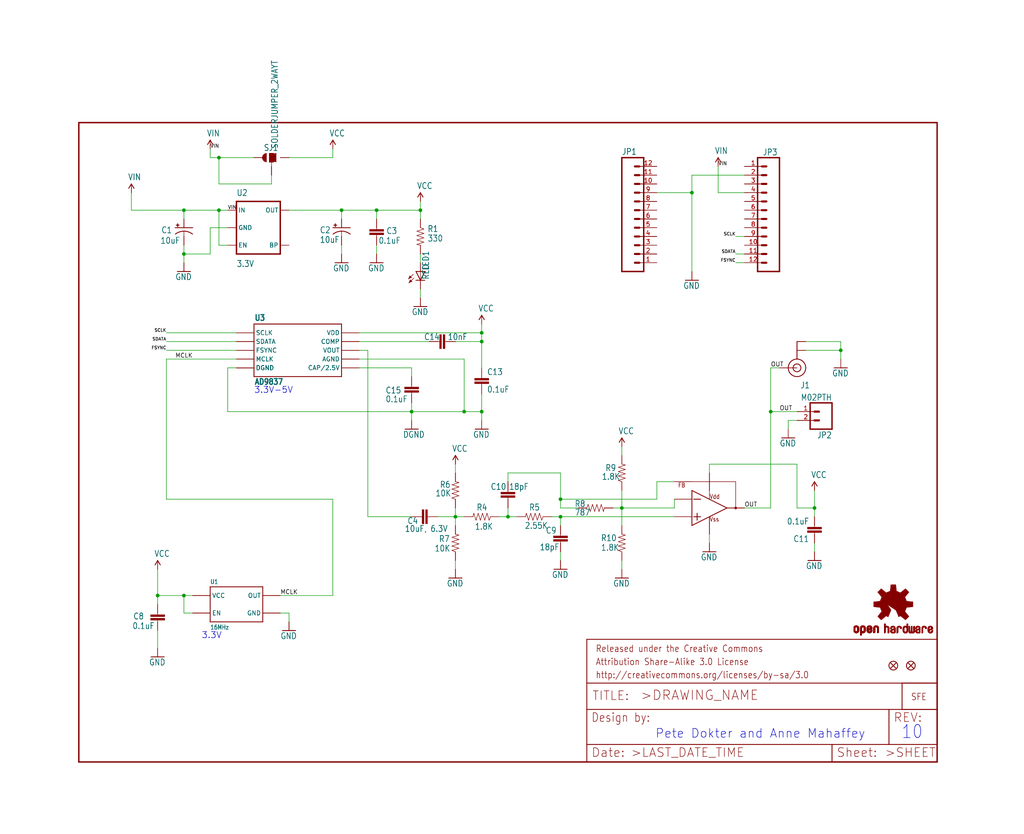
<source format=kicad_sch>
(kicad_sch (version 20211123) (generator eeschema)
  (paper "User" 297.002 241.833)
  (lib_symbols
    (symbol "schematicEagle-eagle-import:0.1UF-25V(+80{slash}-20%)(0603)"
      (property "Reference" "C" (at 1.524 2.921 0))
      (property "Value" "0.1UF-25V(+80{slash}-20%)(0603)" (at 1.524 -2.159 0))
      (symbol "0.1UF-25V(+80{slash}-20%)(0603)_1_0"
        (pin passive line (at 0 5.08 270) (length 2.54) (name "1") (number "1"))
        (pin passive line (at 0 -2.54 90) (length 2.54) (name "2") (number "2"))
      )
    )
    (symbol "schematicEagle-eagle-import:1.8KOHM1{slash}10W1%(0603)"
      (property "Reference" "R" (at -3.81 1.4986 0))
      (property "Value" "1.8KOHM1{slash}10W1%(0603)" (at -3.81 -3.302 0))
      (symbol "1.8KOHM1{slash}10W1%(0603)_1_0"
        (pin passive line (at -5.08 0 0) (length 2.54) (name "1") (number "1"))
        (pin passive line (at 5.08 0 180) (length 2.54) (name "2") (number "2"))
      )
    )
    (symbol "schematicEagle-eagle-import:10KOHM1{slash}10W1%(0603)0603"
      (property "Reference" "R" (at -3.81 1.4986 0))
      (property "Value" "10KOHM1{slash}10W1%(0603)0603" (at -3.81 -3.302 0))
      (symbol "10KOHM1{slash}10W1%(0603)0603_1_0"
        (pin passive line (at -5.08 0 0) (length 2.54) (name "1") (number "1"))
        (pin passive line (at 5.08 0 180) (length 2.54) (name "2") (number "2"))
      )
    )
    (symbol "schematicEagle-eagle-import:10NF{slash}10000PF-50V-10%(0603)"
      (property "Reference" "C" (at 1.524 2.921 0))
      (property "Value" "10NF{slash}10000PF-50V-10%(0603)" (at 1.524 -2.159 0))
      (symbol "10NF{slash}10000PF-50V-10%(0603)_1_0"
        (pin passive line (at 0 5.08 270) (length 2.54) (name "1") (number "1"))
        (pin passive line (at 0 -2.54 90) (length 2.54) (name "2") (number "2"))
      )
    )
    (symbol "schematicEagle-eagle-import:10UF-20V-10%(TANT)"
      (property "Reference" "C" (at 1.016 0.635 0))
      (property "Value" "10UF-20V-10%(TANT)" (at 1.016 -4.191 0))
      (symbol "10UF-20V-10%(TANT)_1_0"
        (pin passive line (at 0 2.54 270) (length 2.54) (name "+") (number "A"))
        (pin passive line (at 0 -5.08 90) (length 2.54) (name "-") (number "C"))
      )
    )
    (symbol "schematicEagle-eagle-import:10UF-6.3V-20%(0603)"
      (property "Reference" "C" (at 1.524 2.921 0))
      (property "Value" "10UF-6.3V-20%(0603)" (at 1.524 -2.159 0))
      (symbol "10UF-6.3V-20%(0603)_1_0"
        (pin passive line (at 0 5.08 270) (length 2.54) (name "1") (number "1"))
        (pin passive line (at 0 -2.54 90) (length 2.54) (name "2") (number "2"))
      )
    )
    (symbol "schematicEagle-eagle-import:18PF-50V-5%(0603)"
      (property "Reference" "C" (at 1.524 2.921 0))
      (property "Value" "18PF-50V-5%(0603)" (at 1.524 -2.159 0))
      (symbol "18PF-50V-5%(0603)_1_0"
        (pin passive line (at 0 5.08 270) (length 2.54) (name "1") (number "1"))
        (pin passive line (at 0 -2.54 90) (length 2.54) (name "2") (number "2"))
      )
    )
    (symbol "schematicEagle-eagle-import:2.55KOHM-1{slash}10W-1%(0603)"
      (property "Reference" "R" (at -3.81 1.4986 0))
      (property "Value" "2.55KOHM-1{slash}10W-1%(0603)" (at -3.81 -3.302 0))
      (symbol "2.55KOHM-1{slash}10W-1%(0603)_1_0"
        (pin passive line (at -5.08 0 0) (length 2.54) (name "1") (number "1"))
        (pin passive line (at 5.08 0 180) (length 2.54) (name "2") (number "2"))
      )
    )
    (symbol "schematicEagle-eagle-import:330OHM1{slash}10W1%(0603)"
      (property "Reference" "R" (at -3.81 1.4986 0))
      (property "Value" "330OHM1{slash}10W1%(0603)" (at -3.81 -3.302 0))
      (symbol "330OHM1{slash}10W1%(0603)_1_0"
        (pin passive line (at -5.08 0 0) (length 2.54) (name "1") (number "1"))
        (pin passive line (at 5.08 0 180) (length 2.54) (name "2") (number "2"))
      )
    )
    (symbol "schematicEagle-eagle-import:787-1%"
      (property "Reference" "R" (at -3.81 1.4986 0))
      (property "Value" "787-1%" (at -3.81 -3.302 0))
      (symbol "787-1%_1_0"
        (pin passive line (at -5.08 0 0) (length 2.54) (name "1") (number "1"))
        (pin passive line (at 5.08 0 180) (length 2.54) (name "2") (number "2"))
      )
    )
    (symbol "schematicEagle-eagle-import:AD9837"
      (property "Value" "AD9837" (at -12.7 -10.16 0))
      (symbol "AD9837_1_0"
        (pin bidirectional line (at -17.78 -5.08 0) (length 5.08) (name "DGND") (number "P$0"))
        (pin bidirectional line (at 17.78 2.54 180) (length 5.08) (name "COMP") (number "P$1"))
        (pin bidirectional line (at 17.78 0 180) (length 5.08) (name "VOUT") (number "P$10"))
        (pin bidirectional line (at 17.78 5.08 180) (length 5.08) (name "VDD") (number "P$2"))
        (pin bidirectional line (at 17.78 -5.08 180) (length 5.08) (name "CAP/2.5V") (number "P$3"))
        (pin bidirectional line (at -17.78 -5.08 0) (length 5.08) (name "DGND") (number "P$4"))
        (pin bidirectional line (at -17.78 -2.54 0) (length 5.08) (name "MCLK") (number "P$5"))
        (pin bidirectional line (at -17.78 2.54 0) (length 5.08) (name "SDATA") (number "P$6"))
        (pin bidirectional line (at -17.78 5.08 0) (length 5.08) (name "SCLK") (number "P$7"))
        (pin bidirectional line (at -17.78 0 0) (length 5.08) (name "FSYNC") (number "P$8"))
        (pin bidirectional line (at 17.78 -2.54 180) (length 5.08) (name "AGND") (number "P$9"))
      )
    )
    (symbol "schematicEagle-eagle-import:ADC8045"
      (symbol "ADC8045_1_0"
        (text "FB" (at -9.144 6.604 0) (effects (font (size 1.27 1.0795)) (justify left)))
        (text "Vdd" (at 0 2.54 0) (effects (font (size 1.27 1.0795)) (justify left bottom)))
        (text "Vss" (at 0 -2.54 0) (effects (font (size 1.27 1.0795)) (justify left top)))
        (pin bidirectional line (at -10.16 7.62 0) (length 5.08) (name "FB") (number "1"))
        (pin bidirectional line (at -10.16 2.54 0) (length 5.08) (name "IN-") (number "2"))
        (pin bidirectional line (at -10.16 -2.54 0) (length 5.08) (name "IN+") (number "3"))
        (pin bidirectional line (at 0 -7.62 90) (length 5.08) (name "VSS") (number "4"))
        (pin bidirectional line (at 10.16 0 180) (length 5.08) (name "OUT") (number "6"))
        (pin bidirectional line (at 0 10.16 270) (length 5.08) (name "VDD") (number "7"))
      )
    )
    (symbol "schematicEagle-eagle-import:DGND" (power)
      (property "Value" "DGND" (at -2.54 -2.54 0))
      (symbol "DGND_1_0"
        (pin power_in line (at 0 2.54 270) (length 2.54) (name "GND") (number "1"))
      )
    )
    (symbol "schematicEagle-eagle-import:FIDUCIAL1X2")
    (symbol "schematicEagle-eagle-import:FRAME-LETTER"
      (symbol "FRAME-LETTER_2_0"
        (text ">DRAWING_NAME" (at 15.494 17.78 0) (effects (font (size 2.7432 2.7432)) (justify left bottom)))
        (text ">LAST_DATE_TIME" (at 12.7 1.27 0) (effects (font (size 2.54 2.54)) (justify left bottom)))
        (text ">SHEET" (at 86.36 1.27 0) (effects (font (size 2.54 2.54)) (justify left bottom)))
        (text "Attribution Share-Alike 3.0 License" (at 2.54 27.94 0) (effects (font (size 1.9304 1.6408)) (justify left bottom)))
        (text "Date:" (at 1.27 1.27 0) (effects (font (size 2.54 2.54)) (justify left bottom)))
        (text "Design by:" (at 1.27 11.43 0) (effects (font (size 2.54 2.159)) (justify left bottom)))
        (text "http://creativecommons.org/licenses/by-sa/3.0" (at 2.54 24.13 0) (effects (font (size 1.9304 1.6408)) (justify left bottom)))
        (text "Released under the Creative Commons" (at 2.54 31.75 0) (effects (font (size 1.9304 1.6408)) (justify left bottom)))
        (text "REV:" (at 88.9 11.43 0) (effects (font (size 2.54 2.54)) (justify left bottom)))
        (text "Sheet:" (at 72.39 1.27 0) (effects (font (size 2.54 2.54)) (justify left bottom)))
        (text "TITLE:" (at 1.524 17.78 0) (effects (font (size 2.54 2.54)) (justify left bottom)))
      )
    )
    (symbol "schematicEagle-eagle-import:GND" (power)
      (property "Value" "GND" (at -2.54 -2.54 0))
      (symbol "GND_1_0"
        (pin power_in line (at 0 2.54 270) (length 2.54) (name "GND") (number "1"))
      )
    )
    (symbol "schematicEagle-eagle-import:LED-RED0603"
      (property "Reference" "D" (at 3.556 -4.572 90))
      (property "Value" "LED-RED0603" (at 5.715 -4.572 90))
      (symbol "LED-RED0603_1_0"
        (pin passive line (at 0 2.54 270) (length 2.54) (name "A") (number "A"))
        (pin passive line (at 0 -5.08 90) (length 2.54) (name "C") (number "C"))
      )
    )
    (symbol "schematicEagle-eagle-import:LOGO-SFENEW"
      (symbol "LOGO-SFENEW_1_0"
        (text "SFE" (at 0 0 0) (effects (font (size 1.9304 1.6408)) (justify left bottom)))
      )
    )
    (symbol "schematicEagle-eagle-import:M02PTH"
      (property "Reference" "JP" (at -2.54 5.842 0))
      (property "Value" "M02PTH" (at -2.54 -5.08 0))
      (symbol "M02PTH_1_0"
        (pin passive line (at 7.62 0 180) (length 5.08) (name "1") (number "1"))
        (pin passive line (at 7.62 2.54 180) (length 5.08) (name "2") (number "2"))
      )
    )
    (symbol "schematicEagle-eagle-import:M12PTH"
      (property "Reference" "JP" (at 0 16.002 0))
      (property "Value" "M12PTH" (at 0 -20.32 0))
      (symbol "M12PTH_1_0"
        (pin passive line (at 10.16 -15.24 180) (length 5.08) (name "1") (number "1"))
        (pin passive line (at 10.16 7.62 180) (length 5.08) (name "10") (number "10"))
        (pin passive line (at 10.16 10.16 180) (length 5.08) (name "11") (number "11"))
        (pin passive line (at 10.16 12.7 180) (length 5.08) (name "12") (number "12"))
        (pin passive line (at 10.16 -12.7 180) (length 5.08) (name "2") (number "2"))
        (pin passive line (at 10.16 -10.16 180) (length 5.08) (name "3") (number "3"))
        (pin passive line (at 10.16 -7.62 180) (length 5.08) (name "4") (number "4"))
        (pin passive line (at 10.16 -5.08 180) (length 5.08) (name "5") (number "5"))
        (pin passive line (at 10.16 -2.54 180) (length 5.08) (name "6") (number "6"))
        (pin passive line (at 10.16 0 180) (length 5.08) (name "7") (number "7"))
        (pin passive line (at 10.16 2.54 180) (length 5.08) (name "8") (number "8"))
        (pin passive line (at 10.16 5.08 180) (length 5.08) (name "9") (number "9"))
      )
    )
    (symbol "schematicEagle-eagle-import:MIC52053.3V"
      (property "Reference" "U" (at -7.62 9.144 0))
      (property "Value" "MIC52053.3V" (at -7.62 -11.43 0))
      (symbol "MIC52053.3V_1_0"
        (pin input line (at -10.16 5.08 0) (length 2.54) (name "IN") (number "1"))
        (pin input line (at -10.16 0 0) (length 2.54) (name "GND") (number "2"))
        (pin input line (at -10.16 -5.08 0) (length 2.54) (name "EN") (number "3"))
        (pin input line (at 7.62 -5.08 180) (length 2.54) (name "BP") (number "4"))
        (pin passive line (at 7.62 5.08 180) (length 2.54) (name "OUT") (number "5"))
      )
    )
    (symbol "schematicEagle-eagle-import:OSCILLATORXTAL-11225"
      (property "Reference" "U" (at -7.62 5.842 0))
      (property "Value" "OSCILLATORXTAL-11225" (at -7.62 -7.366 0))
      (symbol "OSCILLATORXTAL-11225_1_0"
        (pin bidirectional line (at -12.7 -2.54 0) (length 5.08) (name "EN") (number "P$1"))
        (pin bidirectional line (at 12.7 -2.54 180) (length 5.08) (name "GND") (number "P$2"))
        (pin bidirectional line (at 12.7 2.54 180) (length 5.08) (name "OUT") (number "P$3"))
        (pin bidirectional line (at -12.7 2.54 0) (length 5.08) (name "VCC") (number "P$4"))
      )
    )
    (symbol "schematicEagle-eagle-import:OSHW-LOGOS")
    (symbol "schematicEagle-eagle-import:SOLDERJUMPER_2WAYT"
      (property "Reference" "SJ" (at 2.54 0.381 0))
      (property "Value" "SOLDERJUMPER_2WAYT" (at 2.54 -1.905 0))
      (symbol "SOLDERJUMPER_2WAYT_1_0"
        (pin passive line (at 0 5.08 270) (length 2.54) (name "1") (number "1"))
        (pin passive line (at -5.08 0 0) (length 2.54) (name "2") (number "2"))
        (pin passive line (at 0 -5.08 90) (length 2.54) (name "3") (number "3"))
      )
    )
    (symbol "schematicEagle-eagle-import:U.FL"
      (property "Reference" "J" (at -3.81 4.064 0))
      (symbol "U.FL_1_0"
        (pin bidirectional line (at -2.54 -5.08 0) (length 2.54) (name "GND@0") (number "P$1"))
        (pin bidirectional line (at -2.54 -7.62 0) (length 2.54) (name "GND@1") (number "P$2"))
        (pin bidirectional line (at 5.08 0 180) (length 5.08) (name "SIGNAL") (number "P$3"))
      )
    )
    (symbol "schematicEagle-eagle-import:VCC" (power)
      (property "Value" "VCC" (at -1.016 3.556 0))
      (symbol "VCC_1_0"
        (pin power_in line (at 0 0 90) (length 2.54) (name "VCC") (number "1"))
      )
    )
  )
  (junction (at 53.34 60.96))
  (junction (at 236.22 147.32))
  (junction (at 147.32 149.86))
  (junction (at 200.66 55.88))
  (junction (at 162.56 149.86))
  (junction (at 139.7 119.38))
  (junction (at 121.92 60.96))
  (junction (at 63.5 60.96))
  (junction (at 134.62 119.38))
  (junction (at 243.84 101.6))
  (junction (at 162.56 144.78))
  (junction (at 132.08 149.86))
  (junction (at 223.52 119.38))
  (junction (at 109.22 60.96))
  (junction (at 45.72 172.72))
  (junction (at 139.7 96.52))
  (junction (at 180.34 147.32))
  (junction (at 53.34 172.72))
  (junction (at 53.34 73.66))
  (junction (at 99.06 60.96))
  (junction (at 119.38 119.38))
  (junction (at 63.5 45.72))
  (junction (at 139.7 99.06))
  (wire (pts (xy 180.34 142.24) (xy 180.34 147.32)))
  (wire (pts (xy 121.92 83.82) (xy 121.92 86.36)))
  (wire (pts (xy 45.72 182.88) (xy 45.72 187.96)))
  (wire (pts (xy 231.14 119.38) (xy 223.52 119.38)))
  (wire (pts (xy 162.56 160.02) (xy 162.56 162.56)))
  (wire (pts (xy 180.34 152.4) (xy 180.34 147.32)))
  (wire (pts (xy 55.88 172.72) (xy 53.34 172.72)))
  (wire (pts (xy 48.26 96.52) (xy 68.58 96.52)))
  (wire (pts (xy 132.08 99.06) (xy 139.7 99.06)))
  (wire (pts (xy 147.32 147.32) (xy 147.32 149.86)))
  (wire (pts (xy 134.62 119.38) (xy 139.7 119.38)))
  (wire (pts (xy 231.14 147.32) (xy 236.22 147.32)))
  (wire (pts (xy 83.82 180.34) (xy 83.82 177.8)))
  (wire (pts (xy 200.66 55.88) (xy 200.66 78.74)))
  (wire (pts (xy 53.34 73.66) (xy 53.34 76.2)))
  (wire (pts (xy 96.52 144.78) (xy 48.26 144.78)))
  (wire (pts (xy 236.22 142.24) (xy 236.22 147.32)))
  (wire (pts (xy 132.08 149.86) (xy 132.08 152.4)))
  (wire (pts (xy 190.5 144.78) (xy 190.5 139.7)))
  (wire (pts (xy 104.14 104.14) (xy 134.62 104.14)))
  (wire (pts (xy 53.34 71.12) (xy 53.34 73.66)))
  (wire (pts (xy 205.74 137.16) (xy 205.74 134.62)))
  (wire (pts (xy 190.5 139.7) (xy 195.58 139.7)))
  (wire (pts (xy 121.92 58.42) (xy 121.92 60.96)))
  (wire (pts (xy 45.72 175.26) (xy 45.72 172.72)))
  (wire (pts (xy 96.52 45.72) (xy 96.52 43.18)))
  (wire (pts (xy 139.7 96.52) (xy 139.7 93.98)))
  (wire (pts (xy 231.14 134.62) (xy 231.14 147.32)))
  (wire (pts (xy 139.7 119.38) (xy 139.7 121.92)))
  (wire (pts (xy 48.26 99.06) (xy 68.58 99.06)))
  (wire (pts (xy 147.32 149.86) (xy 149.86 149.86)))
  (wire (pts (xy 162.56 147.32) (xy 162.56 144.78)))
  (wire (pts (xy 205.74 134.62) (xy 231.14 134.62)))
  (wire (pts (xy 106.68 101.6) (xy 106.68 149.86)))
  (wire (pts (xy 215.9 76.2) (xy 213.36 76.2)))
  (wire (pts (xy 233.68 99.06) (xy 243.84 99.06)))
  (wire (pts (xy 38.1 55.88) (xy 38.1 60.96)))
  (wire (pts (xy 215.9 73.66) (xy 213.36 73.66)))
  (wire (pts (xy 127 149.86) (xy 132.08 149.86)))
  (wire (pts (xy 228.6 121.92) (xy 231.14 121.92)))
  (wire (pts (xy 81.28 172.72) (xy 96.52 172.72)))
  (wire (pts (xy 243.84 101.6) (xy 243.84 104.14)))
  (wire (pts (xy 60.96 43.18) (xy 60.96 45.72)))
  (wire (pts (xy 132.08 134.62) (xy 132.08 137.16)))
  (wire (pts (xy 83.82 177.8) (xy 81.28 177.8)))
  (wire (pts (xy 195.58 147.32) (xy 195.58 144.78)))
  (wire (pts (xy 226.06 106.68) (xy 223.52 106.68)))
  (wire (pts (xy 109.22 60.96) (xy 121.92 60.96)))
  (wire (pts (xy 190.5 55.88) (xy 200.66 55.88)))
  (wire (pts (xy 162.56 137.16) (xy 162.56 144.78)))
  (wire (pts (xy 48.26 101.6) (xy 68.58 101.6)))
  (wire (pts (xy 53.34 63.5) (xy 53.34 60.96)))
  (wire (pts (xy 73.66 45.72) (xy 63.5 45.72)))
  (wire (pts (xy 215.9 68.58) (xy 213.36 68.58)))
  (wire (pts (xy 162.56 152.4) (xy 162.56 149.86)))
  (wire (pts (xy 109.22 63.5) (xy 109.22 60.96)))
  (wire (pts (xy 53.34 60.96) (xy 38.1 60.96)))
  (wire (pts (xy 45.72 172.72) (xy 45.72 165.1)))
  (wire (pts (xy 121.92 73.66) (xy 121.92 76.2)))
  (wire (pts (xy 60.96 66.04) (xy 60.96 73.66)))
  (wire (pts (xy 78.74 53.34) (xy 63.5 53.34)))
  (wire (pts (xy 223.52 119.38) (xy 223.52 106.68)))
  (wire (pts (xy 60.96 73.66) (xy 53.34 73.66)))
  (wire (pts (xy 144.78 149.86) (xy 147.32 149.86)))
  (wire (pts (xy 66.04 71.12) (xy 63.5 71.12)))
  (wire (pts (xy 104.14 101.6) (xy 106.68 101.6)))
  (wire (pts (xy 215.9 147.32) (xy 223.52 147.32)))
  (wire (pts (xy 139.7 114.3) (xy 139.7 119.38)))
  (wire (pts (xy 53.34 172.72) (xy 45.72 172.72)))
  (wire (pts (xy 66.04 106.68) (xy 66.04 119.38)))
  (wire (pts (xy 180.34 165.1) (xy 180.34 162.56)))
  (wire (pts (xy 66.04 66.04) (xy 60.96 66.04)))
  (wire (pts (xy 53.34 172.72) (xy 53.34 177.8)))
  (wire (pts (xy 139.7 106.68) (xy 139.7 99.06)))
  (wire (pts (xy 106.68 149.86) (xy 119.38 149.86)))
  (wire (pts (xy 104.14 106.68) (xy 119.38 106.68)))
  (wire (pts (xy 200.66 50.8) (xy 200.66 55.88)))
  (wire (pts (xy 208.28 48.26) (xy 208.28 55.88)))
  (wire (pts (xy 68.58 106.68) (xy 66.04 106.68)))
  (wire (pts (xy 78.74 50.8) (xy 78.74 53.34)))
  (wire (pts (xy 180.34 147.32) (xy 195.58 147.32)))
  (wire (pts (xy 215.9 50.8) (xy 200.66 50.8)))
  (wire (pts (xy 96.52 172.72) (xy 96.52 144.78)))
  (wire (pts (xy 66.04 60.96) (xy 63.5 60.96)))
  (wire (pts (xy 119.38 119.38) (xy 134.62 119.38)))
  (wire (pts (xy 48.26 144.78) (xy 48.26 104.14)))
  (wire (pts (xy 119.38 116.84) (xy 119.38 119.38)))
  (wire (pts (xy 180.34 129.54) (xy 180.34 132.08)))
  (wire (pts (xy 205.74 157.48) (xy 205.74 154.94)))
  (wire (pts (xy 233.68 101.6) (xy 243.84 101.6)))
  (wire (pts (xy 121.92 63.5) (xy 121.92 60.96)))
  (wire (pts (xy 104.14 96.52) (xy 139.7 96.52)))
  (wire (pts (xy 99.06 71.12) (xy 99.06 73.66)))
  (wire (pts (xy 167.64 147.32) (xy 162.56 147.32)))
  (wire (pts (xy 208.28 55.88) (xy 215.9 55.88)))
  (wire (pts (xy 83.82 60.96) (xy 99.06 60.96)))
  (wire (pts (xy 63.5 53.34) (xy 63.5 45.72)))
  (wire (pts (xy 132.08 162.56) (xy 132.08 165.1)))
  (wire (pts (xy 99.06 63.5) (xy 99.06 60.96)))
  (wire (pts (xy 83.82 45.72) (xy 96.52 45.72)))
  (wire (pts (xy 119.38 119.38) (xy 119.38 121.92)))
  (wire (pts (xy 236.22 157.48) (xy 236.22 160.02)))
  (wire (pts (xy 53.34 177.8) (xy 55.88 177.8)))
  (wire (pts (xy 147.32 139.7) (xy 147.32 137.16)))
  (wire (pts (xy 63.5 60.96) (xy 53.34 60.96)))
  (wire (pts (xy 177.8 147.32) (xy 180.34 147.32)))
  (wire (pts (xy 63.5 71.12) (xy 63.5 60.96)))
  (wire (pts (xy 243.84 99.06) (xy 243.84 101.6)))
  (wire (pts (xy 162.56 144.78) (xy 190.5 144.78)))
  (wire (pts (xy 68.58 104.14) (xy 48.26 104.14)))
  (wire (pts (xy 109.22 71.12) (xy 109.22 73.66)))
  (wire (pts (xy 160.02 149.86) (xy 162.56 149.86)))
  (wire (pts (xy 124.46 99.06) (xy 104.14 99.06)))
  (wire (pts (xy 119.38 106.68) (xy 119.38 109.22)))
  (wire (pts (xy 139.7 99.06) (xy 139.7 96.52)))
  (wire (pts (xy 99.06 60.96) (xy 109.22 60.96)))
  (wire (pts (xy 66.04 119.38) (xy 119.38 119.38)))
  (wire (pts (xy 162.56 149.86) (xy 195.58 149.86)))
  (wire (pts (xy 63.5 45.72) (xy 60.96 45.72)))
  (wire (pts (xy 223.52 147.32) (xy 223.52 119.38)))
  (wire (pts (xy 132.08 147.32) (xy 132.08 149.86)))
  (wire (pts (xy 134.62 104.14) (xy 134.62 119.38)))
  (wire (pts (xy 228.6 124.46) (xy 228.6 121.92)))
  (wire (pts (xy 236.22 147.32) (xy 236.22 149.86)))
  (wire (pts (xy 147.32 137.16) (xy 162.56 137.16)))
  (wire (pts (xy 134.62 149.86) (xy 132.08 149.86)))
  (text "10" (at 261.366 214.63 180) (effects (font (size 3.81 3.2385)) (justify left bottom)))
  (text "3.3V-5V" (at 73.66 114.3 180) (effects (font (size 1.778 1.778)) (justify left bottom)))
  (text "3.3V" (at 58.42 185.42 180) (effects (font (size 1.778 1.778)) (justify left bottom)))
  (text "Pete Dokter and Anne Mahaffey" (at 189.992 214.376 180) (effects (font (size 2.54 2.54)) (justify left bottom)))
  (label "OUT" (at 226.06 119.38 0) (effects (font (size 1.2446 1.2446))))
  (label "OUT" (at 223.52 106.68 0) (effects (font (size 1.2446 1.2446))))
  (label "SDATA" (at 213.36 73.66 180) (effects (font (size 0.889 0.889))))
  (label "FSYNC" (at 48.26 101.6 180) (effects (font (size 0.889 0.889))))
  (label "VIN" (at 60.96 43.18 0) (effects (font (size 1.016 1.016))))
  (label "VIN" (at 66.04 60.96 0) (effects (font (size 1.016 1.016))))
  (label "VIN" (at 208.28 48.26 0) (effects (font (size 1.016 1.016))))
  (label "SCLK" (at 48.26 96.52 180) (effects (font (size 0.889 0.889))))
  (label "MCLK" (at 81.28 172.72 0) (effects (font (size 1.2446 1.2446))))
  (label "MCLK" (at 50.8 104.14 0) (effects (font (size 1.2446 1.2446))))
  (label "FSYNC" (at 213.36 76.2 180) (effects (font (size 0.889 0.889))))
  (label "OUT" (at 215.9 147.32 0) (effects (font (size 1.2446 1.2446))))
  (label "SDATA" (at 48.26 99.06 180) (effects (font (size 0.889 0.889))))
  (label "SCLK" (at 213.36 68.58 180) (effects (font (size 0.889 0.889))))
  (symbol (lib_id "schematicEagle-eagle-import:1.8KOHM1{slash}10W1%(0603)") (at 180.34 157.48 90) (unit 1)
    (property "Reference" "R10" (at 174.244 156.9974 90) (effects (font (size 1.778 1.5113)) (justify right top)))
    (property "Value" "1.8K" (at 174.244 159.766 90) (effects (font (size 1.778 1.5113)) (justify right top)))
    (property "Footprint" "schematicEagle:0603-RES" (effects hide))
  )
  (symbol (lib_id "schematicEagle-eagle-import:2.55KOHM-1{slash}10W-1%(0603)") (at 154.94 149.86 180) (unit 1)
    (property "Reference" "R5" (at 153.416 148.1074 0) (effects (font (size 1.778 1.5113)) (justify right top)))
    (property "Value" "2.55K" (at 152.146 153.416 0) (effects (font (size 1.778 1.5113)) (justify right top)))
    (property "Footprint" "schematicEagle:0603-RES" (effects hide))
  )
  (symbol (lib_id "schematicEagle-eagle-import:LED-RED0603") (at 121.92 78.74 0) (unit 1)
    (property "Reference" "LED1" (at 124.46 78.486 90) (effects (font (size 1.778 1.5113)) (justify left bottom)))
    (property "Value" "RED" (at 124.46 81.153 90) (effects (font (size 1.778 1.5113)) (justify left bottom)))
    (property "Footprint" "schematicEagle:LED-0603" (effects hide))
  )
  (symbol (lib_id "schematicEagle-eagle-import:GND") (at 243.84 106.68 0) (unit 1)
    (property "Reference" "#GND12" (effects hide))
    (property "Value" "GND" (at 241.3 109.22 0) (effects (font (size 1.778 1.5113)) (justify left bottom)))
    (property "Footprint" "schematicEagle:" (effects hide))
  )
  (symbol (lib_id "schematicEagle-eagle-import:ADC8045") (at 205.74 147.32 0) (unit 1)
    (property "Reference" "U4" (effects hide))
    (property "Value" "ADC8045" (effects hide))
    (property "Footprint" "schematicEagle:SO08" (effects hide))
  )
  (symbol (lib_id "schematicEagle-eagle-import:GND") (at 236.22 162.56 0) (unit 1)
    (property "Reference" "#GND14" (effects hide))
    (property "Value" "GND" (at 233.68 165.1 0) (effects (font (size 1.778 1.5113)) (justify left bottom)))
    (property "Footprint" "schematicEagle:" (effects hide))
  )
  (symbol (lib_id "schematicEagle-eagle-import:OSCILLATORXTAL-11225") (at 68.58 175.26 0) (unit 1)
    (property "Reference" "U1" (at 60.96 169.418 0) (effects (font (size 1.27 1.0795)) (justify left bottom)))
    (property "Value" "16MHz" (at 60.96 182.626 0) (effects (font (size 1.27 1.0795)) (justify left bottom)))
    (property "Footprint" "schematicEagle:CRYSTAL-SMD-7X5" (effects hide))
  )
  (symbol (lib_id "schematicEagle-eagle-import:0.1UF-25V(+80{slash}-20%)(0603)") (at 139.7 111.76 0) (unit 1)
    (property "Reference" "C13" (at 141.224 108.839 0) (effects (font (size 1.778 1.5113)) (justify left bottom)))
    (property "Value" "0.1uF" (at 141.224 113.919 0) (effects (font (size 1.778 1.5113)) (justify left bottom)))
    (property "Footprint" "schematicEagle:0603-CAP" (effects hide))
  )
  (symbol (lib_id "schematicEagle-eagle-import:FRAME-LETTER") (at 22.86 220.98 0) (unit 1)
    (property "Reference" "FRAME1" (effects hide))
    (property "Value" "FRAME-LETTER" (effects hide))
    (property "Footprint" "schematicEagle:CREATIVE_COMMONS" (effects hide))
  )
  (symbol (lib_id "schematicEagle-eagle-import:VCC") (at 96.52 43.18 0) (unit 1)
    (property "Reference" "#P+5" (effects hide))
    (property "Value" "VCC" (at 95.504 39.624 0) (effects (font (size 1.778 1.5113)) (justify left bottom)))
    (property "Footprint" "schematicEagle:" (effects hide))
  )
  (symbol (lib_id "schematicEagle-eagle-import:M12PTH") (at 226.06 63.5 180) (unit 1)
    (property "Reference" "JP3" (at 225.552 43.18 0) (effects (font (size 1.778 1.5113)) (justify left bottom)))
    (property "Value" "M12PTH" (effects hide))
    (property "Footprint" "schematicEagle:1X12" (effects hide))
  )
  (symbol (lib_id "schematicEagle-eagle-import:GND") (at 228.6 127 0) (unit 1)
    (property "Reference" "#GND19" (effects hide))
    (property "Value" "GND" (at 226.06 129.54 0) (effects (font (size 1.778 1.5113)) (justify left bottom)))
    (property "Footprint" "schematicEagle:" (effects hide))
  )
  (symbol (lib_id "schematicEagle-eagle-import:1.8KOHM1{slash}10W1%(0603)") (at 180.34 137.16 90) (unit 1)
    (property "Reference" "R9" (at 175.514 136.6774 90) (effects (font (size 1.778 1.5113)) (justify right top)))
    (property "Value" "1.8K" (at 174.498 139.192 90) (effects (font (size 1.778 1.5113)) (justify right top)))
    (property "Footprint" "schematicEagle:0603-RES" (effects hide))
  )
  (symbol (lib_id "schematicEagle-eagle-import:AD9837") (at 86.36 101.6 0) (unit 1)
    (property "Reference" "U3" (at 73.66 93.218 0) (effects (font (size 1.6764 1.4249) bold) (justify left bottom)))
    (property "Value" "AD9837" (at 73.66 111.76 0) (effects (font (size 1.6764 1.4249) bold) (justify left bottom)))
    (property "Footprint" "schematicEagle:AD9837" (effects hide))
  )
  (symbol (lib_id "schematicEagle-eagle-import:M02PTH") (at 238.76 119.38 180) (unit 1)
    (property "Reference" "JP2" (at 241.3 125.222 0) (effects (font (size 1.778 1.5113)) (justify left bottom)))
    (property "Value" "M02PTH" (at 241.3 114.3 0) (effects (font (size 1.778 1.5113)) (justify left bottom)))
    (property "Footprint" "schematicEagle:1X02" (effects hide))
  )
  (symbol (lib_id "schematicEagle-eagle-import:GND") (at 132.08 167.64 0) (unit 1)
    (property "Reference" "#GND15" (effects hide))
    (property "Value" "GND" (at 129.54 170.18 0) (effects (font (size 1.778 1.5113)) (justify left bottom)))
    (property "Footprint" "schematicEagle:" (effects hide))
  )
  (symbol (lib_id "schematicEagle-eagle-import:VCC") (at 132.08 134.62 0) (unit 1)
    (property "Reference" "#P+9" (effects hide))
    (property "Value" "VCC" (at 131.064 131.064 0) (effects (font (size 1.778 1.5113)) (justify left bottom)))
    (property "Footprint" "schematicEagle:" (effects hide))
  )
  (symbol (lib_id "schematicEagle-eagle-import:GND") (at 121.92 88.9 0) (unit 1)
    (property "Reference" "#GND10" (effects hide))
    (property "Value" "GND" (at 119.38 91.44 0) (effects (font (size 1.778 1.5113)) (justify left bottom)))
    (property "Footprint" "schematicEagle:" (effects hide))
  )
  (symbol (lib_id "schematicEagle-eagle-import:VCC") (at 236.22 142.24 0) (unit 1)
    (property "Reference" "#P+7" (effects hide))
    (property "Value" "VCC" (at 235.204 138.684 0) (effects (font (size 1.778 1.5113)) (justify left bottom)))
    (property "Footprint" "schematicEagle:" (effects hide))
  )
  (symbol (lib_id "schematicEagle-eagle-import:GND") (at 200.66 81.28 0) (unit 1)
    (property "Reference" "#GND3" (effects hide))
    (property "Value" "GND" (at 198.12 83.82 0) (effects (font (size 1.778 1.5113)) (justify left bottom)))
    (property "Footprint" "schematicEagle:" (effects hide))
  )
  (symbol (lib_id "schematicEagle-eagle-import:VCC") (at 180.34 129.54 0) (unit 1)
    (property "Reference" "#P+10" (effects hide))
    (property "Value" "VCC" (at 179.324 125.984 0) (effects (font (size 1.778 1.5113)) (justify left bottom)))
    (property "Footprint" "schematicEagle:" (effects hide))
  )
  (symbol (lib_id "schematicEagle-eagle-import:FRAME-LETTER") (at 170.18 220.98 0) (unit 2)
    (property "Reference" "FRAME1" (effects hide))
    (property "Value" "FRAME-LETTER" (effects hide))
    (property "Footprint" "schematicEagle:CREATIVE_COMMONS" (effects hide))
  )
  (symbol (lib_id "schematicEagle-eagle-import:GND") (at 109.22 76.2 0) (unit 1)
    (property "Reference" "#GND9" (effects hide))
    (property "Value" "GND" (at 106.68 78.74 0) (effects (font (size 1.778 1.5113)) (justify left bottom)))
    (property "Footprint" "schematicEagle:" (effects hide))
  )
  (symbol (lib_id "schematicEagle-eagle-import:787-1%") (at 172.72 147.32 0) (unit 1)
    (property "Reference" "R8" (at 166.624 147.0914 0) (effects (font (size 1.778 1.5113)) (justify left bottom)))
    (property "Value" "787" (at 166.624 149.606 0) (effects (font (size 1.778 1.5113)) (justify left bottom)))
    (property "Footprint" "schematicEagle:0603-RES" (effects hide))
  )
  (symbol (lib_id "schematicEagle-eagle-import:10UF-20V-10%(TANT)") (at 99.06 66.04 0) (unit 1)
    (property "Reference" "C2" (at 92.71 67.691 0) (effects (font (size 1.778 1.5113)) (justify left bottom)))
    (property "Value" "10uF" (at 92.71 70.485 0) (effects (font (size 1.778 1.5113)) (justify left bottom)))
    (property "Footprint" "schematicEagle:EIA3528" (effects hide))
  )
  (symbol (lib_id "schematicEagle-eagle-import:330OHM1{slash}10W1%(0603)") (at 121.92 68.58 270) (unit 1)
    (property "Reference" "R1" (at 123.952 67.3354 90) (effects (font (size 1.778 1.5113)) (justify left bottom)))
    (property "Value" "330" (at 123.952 70.104 90) (effects (font (size 1.778 1.5113)) (justify left bottom)))
    (property "Footprint" "schematicEagle:0603-RES" (effects hide))
  )
  (symbol (lib_id "schematicEagle-eagle-import:FIDUCIAL1X2") (at 259.08 193.04 0) (unit 1)
    (property "Reference" "FID1" (effects hide))
    (property "Value" "FIDUCIAL1X2" (effects hide))
    (property "Footprint" "schematicEagle:FIDUCIAL-1X2" (effects hide))
  )
  (symbol (lib_id "schematicEagle-eagle-import:VCC") (at 139.7 93.98 0) (unit 1)
    (property "Reference" "#P+8" (effects hide))
    (property "Value" "VCC" (at 138.684 90.424 0) (effects (font (size 1.778 1.5113)) (justify left bottom)))
    (property "Footprint" "schematicEagle:" (effects hide))
  )
  (symbol (lib_id "schematicEagle-eagle-import:0.1UF-25V(+80{slash}-20%)(0603)") (at 236.22 152.4 180) (unit 1)
    (property "Reference" "C11" (at 234.696 155.321 0) (effects (font (size 1.778 1.5113)) (justify left bottom)))
    (property "Value" "0.1uF" (at 234.696 150.241 0) (effects (font (size 1.778 1.5113)) (justify left bottom)))
    (property "Footprint" "schematicEagle:0603-CAP" (effects hide))
  )
  (symbol (lib_id "schematicEagle-eagle-import:0.1UF-25V(+80{slash}-20%)(0603)") (at 119.38 114.3 0) (unit 1)
    (property "Reference" "C15" (at 111.76 114.173 0) (effects (font (size 1.778 1.5113)) (justify left bottom)))
    (property "Value" "0.1uF" (at 111.76 116.713 0) (effects (font (size 1.778 1.5113)) (justify left bottom)))
    (property "Footprint" "schematicEagle:0603-CAP" (effects hide))
  )
  (symbol (lib_id "schematicEagle-eagle-import:VCC") (at 208.28 48.26 0) (unit 1)
    (property "Reference" "#P+6" (effects hide))
    (property "Value" "VIN" (at 207.264 44.704 0) (effects (font (size 1.778 1.5113)) (justify left bottom)))
    (property "Footprint" "schematicEagle:" (effects hide))
  )
  (symbol (lib_id "schematicEagle-eagle-import:GND") (at 205.74 160.02 0) (unit 1)
    (property "Reference" "#GND13" (effects hide))
    (property "Value" "GND" (at 203.2 162.56 0) (effects (font (size 1.778 1.5113)) (justify left bottom)))
    (property "Footprint" "schematicEagle:" (effects hide))
  )
  (symbol (lib_id "schematicEagle-eagle-import:OSHW-LOGOS") (at 259.08 175.26 0) (unit 1)
    (property "Reference" "U$2" (effects hide))
    (property "Value" "OSHW-LOGOS" (effects hide))
    (property "Footprint" "schematicEagle:OSHW-LOGO-S" (effects hide))
  )
  (symbol (lib_id "schematicEagle-eagle-import:10KOHM1{slash}10W1%(0603)0603") (at 132.08 142.24 90) (unit 1)
    (property "Reference" "R6" (at 127.508 141.5034 90) (effects (font (size 1.778 1.5113)) (justify right top)))
    (property "Value" "10K" (at 126.238 144.018 90) (effects (font (size 1.778 1.5113)) (justify right top)))
    (property "Footprint" "schematicEagle:0603-RES" (effects hide))
  )
  (symbol (lib_id "schematicEagle-eagle-import:GND") (at 83.82 182.88 0) (unit 1)
    (property "Reference" "#GND2" (effects hide))
    (property "Value" "GND" (at 81.28 185.42 0) (effects (font (size 1.778 1.5113)) (justify left bottom)))
    (property "Footprint" "schematicEagle:" (effects hide))
  )
  (symbol (lib_id "schematicEagle-eagle-import:VCC") (at 121.92 58.42 0) (unit 1)
    (property "Reference" "#P+1" (effects hide))
    (property "Value" "VCC" (at 120.904 54.864 0) (effects (font (size 1.778 1.5113)) (justify left bottom)))
    (property "Footprint" "schematicEagle:" (effects hide))
  )
  (symbol (lib_id "schematicEagle-eagle-import:0.1UF-25V(+80{slash}-20%)(0603)") (at 109.22 68.58 0) (unit 1)
    (property "Reference" "C3" (at 112.014 67.945 0) (effects (font (size 1.778 1.5113)) (justify left bottom)))
    (property "Value" "0.1uF" (at 109.728 70.739 0) (effects (font (size 1.778 1.5113)) (justify left bottom)))
    (property "Footprint" "schematicEagle:0603-CAP" (effects hide))
  )
  (symbol (lib_id "schematicEagle-eagle-import:VCC") (at 45.72 165.1 0) (unit 1)
    (property "Reference" "#P+2" (effects hide))
    (property "Value" "VCC" (at 44.704 161.544 0) (effects (font (size 1.778 1.5113)) (justify left bottom)))
    (property "Footprint" "schematicEagle:" (effects hide))
  )
  (symbol (lib_id "schematicEagle-eagle-import:10KOHM1{slash}10W1%(0603)0603") (at 132.08 157.48 90) (unit 1)
    (property "Reference" "R7" (at 127.254 157.2514 90) (effects (font (size 1.778 1.5113)) (justify right top)))
    (property "Value" "10K" (at 125.984 160.02 90) (effects (font (size 1.778 1.5113)) (justify right top)))
    (property "Footprint" "schematicEagle:0603-RES" (effects hide))
  )
  (symbol (lib_id "schematicEagle-eagle-import:LOGO-SFENEW") (at 264.16 203.2 0) (unit 1)
    (property "Reference" "JP4" (effects hide))
    (property "Value" "LOGO-SFENEW" (effects hide))
    (property "Footprint" "schematicEagle:SFE-NEW-WEBLOGO" (effects hide))
  )
  (symbol (lib_id "schematicEagle-eagle-import:10NF{slash}10000PF-50V-10%(0603)") (at 129.54 99.06 90) (unit 1)
    (property "Reference" "C14" (at 122.936 98.679 90) (effects (font (size 1.778 1.5113)) (justify right top)))
    (property "Value" "10nF" (at 129.794 98.679 90) (effects (font (size 1.778 1.5113)) (justify right top)))
    (property "Footprint" "schematicEagle:0603-CAP" (effects hide))
  )
  (symbol (lib_id "schematicEagle-eagle-import:VCC") (at 38.1 55.88 0) (unit 1)
    (property "Reference" "#P+3" (effects hide))
    (property "Value" "VIN" (at 37.084 52.324 0) (effects (font (size 1.778 1.5113)) (justify left bottom)))
    (property "Footprint" "schematicEagle:" (effects hide))
  )
  (symbol (lib_id "schematicEagle-eagle-import:M12PTH") (at 180.34 60.96 0) (unit 1)
    (property "Reference" "JP1" (at 180.34 44.958 0) (effects (font (size 1.778 1.5113)) (justify left bottom)))
    (property "Value" "M12PTH" (effects hide))
    (property "Footprint" "schematicEagle:1X12" (effects hide))
  )
  (symbol (lib_id "schematicEagle-eagle-import:GND") (at 162.56 165.1 0) (unit 1)
    (property "Reference" "#GND17" (effects hide))
    (property "Value" "GND" (at 160.02 167.64 0) (effects (font (size 1.778 1.5113)) (justify left bottom)))
    (property "Footprint" "schematicEagle:" (effects hide))
  )
  (symbol (lib_id "schematicEagle-eagle-import:18PF-50V-5%(0603)") (at 162.56 154.94 180) (unit 1)
    (property "Reference" "C9" (at 158.242 154.813 0) (effects (font (size 1.778 1.5113)) (justify right top)))
    (property "Value" "18pF" (at 156.464 159.639 0) (effects (font (size 1.778 1.5113)) (justify right top)))
    (property "Footprint" "schematicEagle:0603-CAP" (effects hide))
  )
  (symbol (lib_id "schematicEagle-eagle-import:GND") (at 53.34 78.74 0) (unit 1)
    (property "Reference" "#GND7" (effects hide))
    (property "Value" "GND" (at 50.8 81.28 0) (effects (font (size 1.778 1.5113)) (justify left bottom)))
    (property "Footprint" "schematicEagle:" (effects hide))
  )
  (symbol (lib_id "schematicEagle-eagle-import:10UF-20V-10%(TANT)") (at 53.34 66.04 0) (unit 1)
    (property "Reference" "C1" (at 46.736 67.691 0) (effects (font (size 1.778 1.5113)) (justify left bottom)))
    (property "Value" "10uF" (at 46.482 70.739 0) (effects (font (size 1.778 1.5113)) (justify left bottom)))
    (property "Footprint" "schematicEagle:EIA3528" (effects hide))
  )
  (symbol (lib_id "schematicEagle-eagle-import:18PF-50V-5%(0603)") (at 147.32 142.24 180) (unit 1)
    (property "Reference" "C10" (at 142.24 142.113 0) (effects (font (size 1.778 1.5113)) (justify right top)))
    (property "Value" "18pF" (at 147.574 142.113 0) (effects (font (size 1.778 1.5113)) (justify right top)))
    (property "Footprint" "schematicEagle:0603-CAP" (effects hide))
  )
  (symbol (lib_id "schematicEagle-eagle-import:GND") (at 99.06 76.2 0) (unit 1)
    (property "Reference" "#GND8" (effects hide))
    (property "Value" "GND" (at 96.52 78.74 0) (effects (font (size 1.778 1.5113)) (justify left bottom)))
    (property "Footprint" "schematicEagle:" (effects hide))
  )
  (symbol (lib_id "schematicEagle-eagle-import:FIDUCIAL1X2") (at 264.16 193.04 0) (unit 1)
    (property "Reference" "FID2" (effects hide))
    (property "Value" "FIDUCIAL1X2" (effects hide))
    (property "Footprint" "schematicEagle:FIDUCIAL-1X2" (effects hide))
  )
  (symbol (lib_id "schematicEagle-eagle-import:U.FL") (at 231.14 106.68 180) (unit 1)
    (property "Reference" "J1" (at 234.95 110.744 0) (effects (font (size 1.778 1.5113)) (justify left bottom)))
    (property "Value" "U.FL" (effects hide))
    (property "Footprint" "schematicEagle:U.FL" (effects hide))
  )
  (symbol (lib_id "schematicEagle-eagle-import:GND") (at 45.72 190.5 0) (unit 1)
    (property "Reference" "#GND16" (effects hide))
    (property "Value" "GND" (at 43.18 193.04 0) (effects (font (size 1.778 1.5113)) (justify left bottom)))
    (property "Footprint" "schematicEagle:" (effects hide))
  )
  (symbol (lib_id "schematicEagle-eagle-import:1.8KOHM1{slash}10W1%(0603)") (at 139.7 149.86 180) (unit 1)
    (property "Reference" "R4" (at 138.176 148.1074 0) (effects (font (size 1.778 1.5113)) (justify right top)))
    (property "Value" "1.8K" (at 137.668 153.67 0) (effects (font (size 1.778 1.5113)) (justify right top)))
    (property "Footprint" "schematicEagle:0603-RES" (effects hide))
  )
  (symbol (lib_id "schematicEagle-eagle-import:MIC52053.3V") (at 76.2 66.04 0) (unit 1)
    (property "Reference" "U2" (at 68.58 56.896 0) (effects (font (size 1.778 1.5113)) (justify left bottom)))
    (property "Value" "3.3V" (at 68.58 77.47 0) (effects (font (size 1.778 1.5113)) (justify left bottom)))
    (property "Footprint" "schematicEagle:SOT23-5" (effects hide))
  )
  (symbol (lib_id "schematicEagle-eagle-import:0.1UF-25V(+80{slash}-20%)(0603)") (at 45.72 180.34 0) (unit 1)
    (property "Reference" "C8" (at 38.608 179.705 0) (effects (font (size 1.778 1.5113)) (justify left bottom)))
    (property "Value" "0.1uF" (at 38.354 182.499 0) (effects (font (size 1.778 1.5113)) (justify left bottom)))
    (property "Footprint" "schematicEagle:0603-CAP" (effects hide))
  )
  (symbol (lib_id "schematicEagle-eagle-import:DGND") (at 119.38 124.46 0) (unit 1)
    (property "Reference" "#GND1" (effects hide))
    (property "Value" "DGND" (at 116.84 127 0) (effects (font (size 1.778 1.5113)) (justify left bottom)))
    (property "Footprint" "schematicEagle:" (effects hide))
  )
  (symbol (lib_id "schematicEagle-eagle-import:10UF-6.3V-20%(0603)") (at 124.46 149.86 90) (unit 1)
    (property "Reference" "C4" (at 118.11 152.019 90) (effects (font (size 1.778 1.5113)) (justify right top)))
    (property "Value" "10uF, 6.3V" (at 117.348 154.305 90) (effects (font (size 1.778 1.5113)) (justify right top)))
    (property "Footprint" "schematicEagle:0603-CAP" (effects hide))
  )
  (symbol (lib_id "schematicEagle-eagle-import:SOLDERJUMPER_2WAYT") (at 78.74 45.72 90) (unit 1)
    (property "Reference" "SJ1" (at 76.454 43.815 90) (effects (font (size 1.778 1.5113)) (justify right top)))
    (property "Value" "SOLDERJUMPER_2WAYT" (at 80.645 43.18 0) (effects (font (size 1.778 1.5113)) (justify left bottom)))
    (property "Footprint" "schematicEagle:SJ_2" (effects hide))
  )
  (symbol (lib_id "schematicEagle-eagle-import:GND") (at 139.7 124.46 0) (unit 1)
    (property "Reference" "#GND11" (effects hide))
    (property "Value" "GND" (at 137.16 127 0) (effects (font (size 1.778 1.5113)) (justify left bottom)))
    (property "Footprint" "schematicEagle:" (effects hide))
  )
  (symbol (lib_id "schematicEagle-eagle-import:GND") (at 180.34 167.64 0) (unit 1)
    (property "Reference" "#GND18" (effects hide))
    (property "Value" "GND" (at 177.8 170.18 0) (effects (font (size 1.778 1.5113)) (justify left bottom)))
    (property "Footprint" "schematicEagle:" (effects hide))
  )
  (symbol (lib_id "schematicEagle-eagle-import:VCC") (at 60.96 43.18 0) (unit 1)
    (property "Reference" "#P+4" (effects hide))
    (property "Value" "VIN" (at 59.944 39.624 0) (effects (font (size 1.778 1.5113)) (justify left bottom)))
    (property "Footprint" "schematicEagle:" (effects hide))
  )
)
</source>
